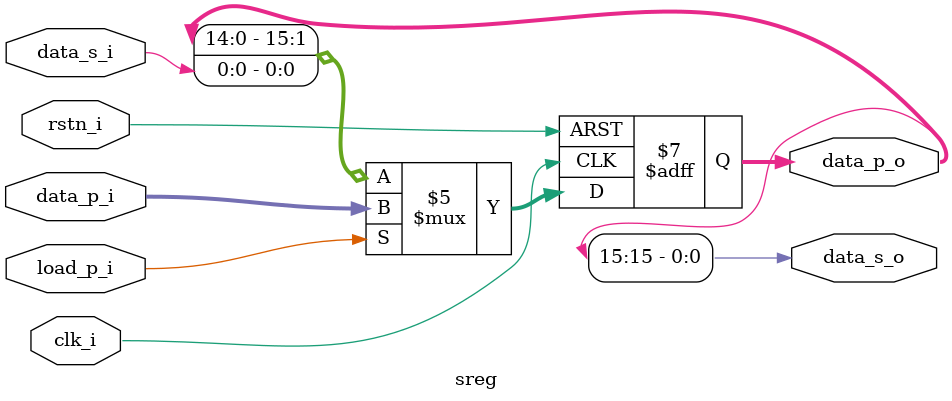
<source format=sv>
module sreg (
    input clk_i,
    input rstn_i,
    input load_p_i,

    input[15:0] data_p_i,
    input data_s_i,

    output reg[15:0] data_p_o,
    output data_s_o
);

    always @(posedge clk_i or negedge rstn_i) begin
        if (rstn_i == 1'b0) begin
            data_p_o <= '0;
        end else begin
            if (load_p_i == 1'b1)
                data_p_o <= data_p_i;
            else
                data_p_o <= {data_p_o[14:0], data_s_i};
        end
    end

    assign data_s_o = data_p_o[15];

endmodule
</source>
